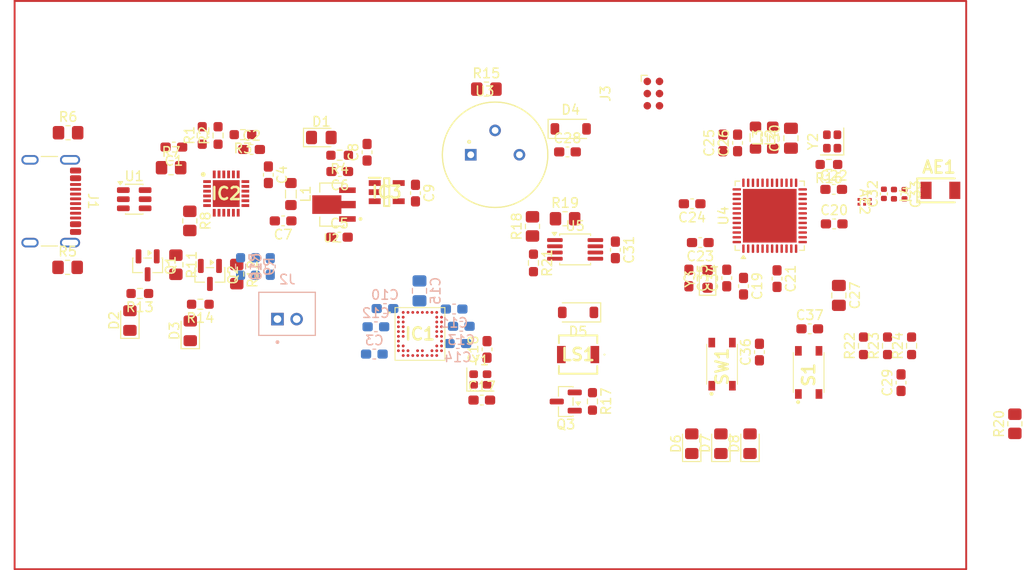
<source format=kicad_pcb>
(kicad_pcb (version 20241229) (generator "pcbnew") (generator_version "9.0")
  (layers (0 "F.Cu" signal) (4 "In1.Cu" signal) (6 "In2.Cu" signal) (2 "B.Cu" signal) (13 "F.Paste" user) (15 "B.Paste" user) (5 "F.SilkS" user "F.Silkscreen") (7 "B.SilkS" user "B.Silkscreen") (1 "F.Mask" user) (3 "B.Mask" user) (25 "Edge.Cuts" user))
  (net 0 "")
  (net 2 "/RF_ANT")
  (net 3 "/RF_LPF")
  (net 4 "GND")
  (net 5 "/RF")
  (net 6 "/LDO")
  (net 7 "+5V")
  (net 8 "+3V3")
  (net 9 "/BT")
  (net 10 "Net-(IC2-SW_1)")
  (net 11 "Net-(IC2-SYS_1)")
  (net 12 "+1V8")
  (net 13 "Net-(IC2-BAT_1)")
  (net 14 "Net-(IC1-XIN)")
  (net 15 "Net-(IC1-XOUT)")
  (net 16 "/~{RST}")
  (net 17 "/SMPSFB")
  (net 18 "Net-(U4-PC15)")
  (net 19 "Net-(U4-PC14)")
  (net 20 "/Pair_button")
  (net 21 "Net-(D1-A)")
  (net 22 "Net-(D2-A)")
  (net 23 "Net-(D3-A)")
  (net 24 "/BZ_N")
  (net 25 "Net-(D6-A)")
  (net 26 "Net-(D7-A)")
  (net 27 "Net-(D8-A)")
  (net 28 "/SPI_INT")
  (net 29 "/SPI_CLK")
  (net 30 "/SPI_EN")
  (net 31 "/SPI_MOSI")
  (net 32 "/SPI_MISO")
  (net 33 "/SPI_SS")
  (net 34 "/~{CHG}")
  (net 35 "/~{PG}")
  (net 36 "/USB_ESD_M")
  (net 40 "Net-(IC2-ILIM)")
  (net 41 "Net-(IC2-TS)")
  (net 42 "Net-(IC2-ISET)")
  (net 44 "Net-(IC2-EN2)")
  (net 45 "/USB_ESD_P")
  (net 46 "Net-(IC2-~{CE})")
  (net 47 "Net-(IC2-VDPM)")
  (net 49 "/USB_P")
  (net 50 "/USB_M")
  (net 54 "/CC2")
  (net 55 "/CC1")
  (net 59 "/SWO")
  (net 60 "/SWDIO")
  (net 61 "/SWCLK")
  (net 62 "/SMPSLX2")
  (net 63 "/SMPSLX")
  (net 64 "Net-(Q1-D)")
  (net 65 "Net-(Q2-D)")
  (net 66 "Net-(Q3-B)")
  (net 67 "/PIR_PA0")
  (net 68 "Net-(R16-Pad1)")
  (net 69 "/HSE_OUT")
  (net 70 "/Buzzer")
  (net 71 "/Temp_SCL")
  (net 72 "/Temp_SDA")
  (net 73 "Net-(U4-PH3)")
  (net 74 "/~{Temp_Alert}")
  (net 75 "/Low_P")
  (net 76 "/uC_P")
  (net 77 "/Pair_Mode")
  (net 81 "/HSE_IN")
  (footprint "Diode_SMD:D_SOD-123" (layer "F.Cu") (at 158.73 92.14)
    (property "Reference" "D4" (at 0 -2 0) (layer "F.SilkS"))
    (property "Value" "D_Schottky")
    (pad "1" smd roundrect (at -1.65 0) (size 0.9 1.2) (layers "F.Cu" "F.Mask" "F.Paste") (net 8 "+3V3"))
    (pad "2" smd roundrect (at 1.65 0) (size 0.9 1.2) (layers "F.Cu" "F.Mask" "F.Paste") (net 4 "GND"))
  )
  (footprint "Resistor_SMD:R_0603_1608Metric_Pad0.98x0.95mm_HandSolder" (layer "F.Cu") (at 189.28 114.7775 90)
    (property "Reference" "R22" (at 0 -1.43 90) (layer "F.SilkS"))
    (property "Value" "220")
    (pad "1" smd roundrect (at -0.9125 0 90) (size 0.975 0.95) (layers "F.Cu" "F.Mask" "F.Paste") (net 75 "/Low_P"))
    (pad "2" smd roundrect (at 0.9125 0 90) (size 0.975 0.95) (layers "F.Cu" "F.Mask" "F.Paste") (net 25 "Net-(D6-A)"))
  )
  (footprint "Crystal:Crystal_SMD_2016-4Pin_2.0x1.6mm" (layer "F.Cu") (at 186.0125 93.4525 90)
    (property "Reference" "Y2" (at 0 -2 90) (layer "F.SilkS"))
    (property "Value" "32MHz")
    (pad "1" smd roundrect (at -0.7 0.55 90) (size 0.9 0.8) (layers "F.Cu" "F.Mask" "F.Paste") (net 68 "Net-(R16-Pad1)"))
    (pad "2" smd roundrect (at 0.7 0.55 90) (size 0.9 0.8) (layers "F.Cu" "F.Mask" "F.Paste") (net 4 "GND"))
    (pad "3" smd roundrect (at 0.7 -0.55 90) (size 0.9 0.8) (layers "F.Cu" "F.Mask" "F.Paste") (net 81 "/HSE_IN"))
    (pad "4" smd roundrect (at -0.7 -0.55 90) (size 0.9 0.8) (layers "F.Cu" "F.Mask" "F.Paste") (net 4 "GND"))
  )
  (footprint "Resistor_SMD:R_0603_1608Metric_Pad0.98x0.95mm_HandSolder" (layer "F.Cu") (at 154.8425 106.1275 -90)
    (property "Reference" "R21" (at 0 -1.43 90) (layer "F.SilkS"))
    (property "Value" "4K7")
    (pad "1" smd roundrect (at -0.9125 0 270) (size 0.975 0.95) (layers "F.Cu" "F.Mask" "F.Paste") (net 74 "/~{Temp_Alert}"))
    (pad "2" smd roundrect (at 0.9125 0 270) (size 0.975 0.95) (layers "F.Cu" "F.Mask" "F.Paste") (net 8 "+3V3"))
  )
  (footprint "Crystal:Crystal_SMD_2012-2Pin_2.0x1.2mm_HandSoldering" (layer "F.Cu") (at 173.0125 107.79 90)
    (property "Reference" "Y3" (at 0 -1.8 90) (layer "F.SilkS"))
    (property "Value" "32K768")
    (pad "1" smd roundrect (at -0.925 0 90) (size 1.05 1.1) (layers "F.Cu" "F.Mask" "F.Paste") (roundrect_rratio 0.238095) (net 18 "Net-(U4-PC15)"))
    (pad "2" smd roundrect (at 0.925 0 90) (size 1.05 1.1) (layers "F.Cu" "F.Mask" "F.Paste") (roundrect_rratio 0.238095) (net 19 "Net-(U4-PC14)"))
  )
  (footprint "SMT-0440-T-R:SMT0440TR" (layer "F.Cu") (at 159.5 115.69)
    (property "Reference" "LS1" (at 0 0 0) (layer "F.SilkS") (effects (font (size 1.27 1.27) (thickness 0.254))))
    (property "Value" "SMT-0440-T-R" (hide yes))
    (pad "1" smd rect (at 1.75 0) (size 0.9 1.8) (layers "F.Cu" "F.Mask" "F.Paste") (net 8 "+3V3"))
    (pad "2" smd rect (at -1.75 0) (size 0.9 1.8) (layers "F.Cu" "F.Mask" "F.Paste") (net 24 "/BZ_N"))
  )
  (footprint "Package_TO_SOT_SMD:SOT-23" (layer "F.Cu") (at 158.2125 120.59 180)
    (property "Reference" "Q3" (at 0 -2.4 0) (layer "F.SilkS"))
    (property "Value" "MMBT3904")
    (pad "1" smd roundrect (at -0.9375 -0.95 180) (size 1.475 0.6) (layers "F.Cu" "F.Mask" "F.Paste") (net 66 "Net-(Q3-B)"))
    (pad "2" smd roundrect (at -0.9375 0.95 180) (size 1.475 0.6) (layers "F.Cu" "F.Mask" "F.Paste") (net 4 "GND"))
    (pad "3" smd roundrect (at 0.9375 0 180) (size 1.475 0.6) (layers "F.Cu" "F.Mask" "F.Paste") (net 24 "/BZ_N"))
  )
  (footprint "LED_SMD:LED_0805_2012Metric_Pad1.15x1.40mm_HandSolder" (layer "F.Cu") (at 177.44 124.99 90)
    (property "Reference" "D8" (at 0 -1.65 90) (layer "F.SilkS"))
    (property "Value" "LED")
    (pad "1" smd roundrect (at -1.025 0 90) (size 1.15 1.4) (layers "F.Cu" "F.Mask" "F.Paste") (roundrect_rratio 0.217391) (net 4 "GND"))
    (pad "2" smd roundrect (at 1.025 0 90) (size 1.15 1.4) (layers "F.Cu" "F.Mask" "F.Paste") (roundrect_rratio 0.217391) (net 27 "Net-(D8-A)"))
  )
  (footprint "Capacitor_SMD:C_0603_1608Metric_Pad1.08x0.95mm_HandSolder" (layer "F.Cu") (at 186.175 98.4525)
    (property "Reference" "C22" (at 0 -1.43 0) (layer "F.SilkS"))
    (property "Value" "0u1")
    (pad "1" smd roundrect (at -0.8625 0) (size 1.075 0.95) (layers "F.Cu" "F.Mask" "F.Paste") (net 8 "+3V3"))
    (pad "2" smd roundrect (at 0.8625 0) (size 1.075 0.95) (layers "F.Cu" "F.Mask" "F.Paste") (net 4 "GND"))
  )
  (footprint "Resistor_SMD:R_0805_2012Metric_Pad1.20x1.40mm_HandSolder" (layer "F.Cu") (at 154.7425 102.315 90)
    (property "Reference" "R18" (at 0 -1.65 90) (layer "F.SilkS"))
    (property "Value" "4K7")
    (pad "1" smd roundrect (at -1 0 90) (size 1.2 1.4) (layers "F.Cu" "F.Mask" "F.Paste") (roundrect_rratio 0.208333) (net 71 "/Temp_SCL"))
    (pad "2" smd roundrect (at 1 0 90) (size 1.2 1.4) (layers "F.Cu" "F.Mask" "F.Paste") (roundrect_rratio 0.208333) (net 8 "+3V3"))
  )
  (footprint "Capacitor_SMD:C_0603_1608Metric_Pad1.08x0.95mm_HandSolder" (layer "F.Cu") (at 163.3925 104.765 -90)
    (property "Reference" "C31" (at 0 -1.43 90) (layer "F.SilkS"))
    (property "Value" "0u1")
    (pad "1" smd roundrect (at -0.8625 0 270) (size 1.075 0.95) (layers "F.Cu" "F.Mask" "F.Paste") (net 8 "+3V3"))
    (pad "2" smd roundrect (at 0.8625 0 270) (size 1.075 0.95) (layers "F.Cu" "F.Mask" "F.Paste") (net 4 "GND"))
  )
  (footprint "Resistor_SMD:R_0603_1608Metric_Pad0.98x0.95mm_HandSolder" (layer "F.Cu") (at 124.53 92.74 180)
    (property "Reference" "R3" (at 0 -1.43 0) (layer "F.SilkS"))
    (property "Value" "0")
    (pad "1" smd roundrect (at -0.9125 0 180) (size 0.975 0.95) (layers "F.Cu" "F.Mask" "F.Paste") (net 4 "GND"))
    (pad "2" smd roundrect (at 0.9125 0 180) (size 0.975 0.95) (layers "F.Cu" "F.Mask" "F.Paste") (net 40 "Net-(IC2-ILIM)"))
  )
  (footprint "Inductor_SMD:L_0805_2012Metric_Pad1.05x1.20mm_HandSolder" (layer "F.Cu") (at 179.8125 93.0525 90)
    (property "Reference" "L3" (at 0 -1.55 90) (layer "F.SilkS"))
    (property "Value" "10u")
    (pad "1" smd roundrect (at -1.15 0 90) (size 1.05 1.2) (layers "F.Cu" "F.Mask" "F.Paste") (roundrect_rratio 0.238095) (net 17 "/SMPSFB"))
    (pad "2" smd roundrect (at 1.15 0 90) (size 1.05 1.2) (layers "F.Cu" "F.Mask" "F.Paste") (roundrect_rratio 0.238095) (net 62 "/SMPSLX2"))
  )
  (footprint "LED_SMD:LED_0805_2012Metric_Pad1.15x1.40mm_HandSolder" (layer "F.Cu") (at 119.03 113.215 90)
    (property "Reference" "D3" (at 0 -1.65 90) (layer "F.SilkS"))
    (property "Value" "LED")
    (pad "1" smd roundrect (at -1.025 0 90) (size 1.15 1.4) (layers "F.Cu" "F.Mask" "F.Paste") (roundrect_rratio 0.217391) (net 7 "+5V"))
    (pad "2" smd roundrect (at 1.025 0 90) (size 1.15 1.4) (layers "F.Cu" "F.Mask" "F.Paste") (roundrect_rratio 0.217391) (net 23 "Net-(D3-A)"))
  )
  (footprint "Package_TO_SOT_SMD:SOT-23" (layer "F.Cu") (at 114.58 106.3775 -90)
    (property "Reference" "Q1" (at 0 -2.4 90) (layer "F.SilkS"))
    (property "Value" "BSS84")
    (pad "1" smd roundrect (at -0.9375 -0.95 270) (size 1.475 0.6) (layers "F.Cu" "F.Mask" "F.Paste") (net 34 "/~{CHG}"))
    (pad "2" smd roundrect (at -0.9375 0.95 270) (size 1.475 0.6) (layers "F.Cu" "F.Mask" "F.Paste") (net 4 "GND"))
    (pad "3" smd roundrect (at 0.9375 0 270) (size 1.475 0.6) (layers "F.Cu" "F.Mask" "F.Paste") (net 64 "Net-(Q1-D)"))
  )
  (footprint "Capacitor_SMD:C_0603_1608Metric_Pad1.08x0.95mm_HandSolder" (layer "F.Cu") (at 174.6125 93.6025 90)
    (property "Reference" "C25" (at 0 -1.43 90) (layer "F.SilkS"))
    (property "Value" "0u1")
    (pad "1" smd roundrect (at -0.8625 0 90) (size 1.075 0.95) (layers "F.Cu" "F.Mask" "F.Paste") (net 8 "+3V3"))
    (pad "2" smd roundrect (at 0.8625 0 90) (size 1.075 0.95) (layers "F.Cu" "F.Mask" "F.Paste") (net 4 "GND"))
  )
  (footprint "Package_TO_SOT_SMD:SOT-23" (layer "F.Cu") (at 121.08 107.3775 -90)
    (property "Reference" "Q2" (at 0 -2.4 90) (layer "F.SilkS"))
    (property "Value" "BSS138")
    (pad "1" smd roundrect (at -0.9375 -0.95 270) (size 1.475 0.6) (layers "F.Cu" "F.Mask" "F.Paste") (net 35 "/~{PG}"))
    (pad "2" smd roundrect (at -0.9375 0.95 270) (size 1.475 0.6) (layers "F.Cu" "F.Mask" "F.Paste") (net 4 "GND"))
    (pad "3" smd roundrect (at 0.9375 0 270) (size 1.475 0.6) (layers "F.Cu" "F.Mask" "F.Paste") (net 65 "Net-(Q2-D)"))
  )
  (footprint "Crystal:Crystal_SMD_2016-4Pin_2.0x1.6mm" (layer "F.Cu") (at 149.3 118.29)
    (property "Reference" "Y1" (at 0 -2 0) (layer "F.SilkS"))
    (property "Value" "24MHz")
    (pad "1" smd roundrect (at -0.7 0.55) (size 0.9 0.8) (layers "F.Cu" "F.Mask" "F.Paste") (net 14 "Net-(IC1-XIN)"))
    (pad "2" smd roundrect (at 0.7 0.55) (size 0.9 0.8) (layers "F.Cu" "F.Mask" "F.Paste") (net 4 "GND"))
    (pad "3" smd roundrect (at 0.7 -0.55) (size 0.9 0.8) (layers "F.Cu" "F.Mask" "F.Paste") (net 15 "Net-(IC1-XOUT)"))
    (pad "4" smd roundrect (at -0.7 -0.55) (size 0.9 0.8) (layers "F.Cu" "F.Mask" "F.Paste") (net 4 "GND"))
  )
  (footprint "Resistor_SMD:R_0603_1608Metric_Pad0.98x0.95mm_HandSolder" (layer "F.Cu") (at 194.3 114.7775 90)
    (property "Reference" "R24" (at 0 -1.43 90) (layer "F.SilkS"))
    (property "Value" "220")
    (pad "1" smd roundrect (at -0.9125 0 90) (size 0.975 0.95) (layers "F.Cu" "F.Mask" "F.Paste") (net 77 "/Pair_Mode"))
    (pad "2" smd roundrect (at 0.9125 0 90) (size 0.975 0.95) (layers "F.Cu" "F.Mask" "F.Paste") (net 27 "Net-(D8-A)"))
  )
  (footprint "ADPL40502AUJZ-1.8-R7:SOT95P280X100-5N" (layer "F.Cu") (at 139.53 98.74)
    (property "Reference" "IC3" (at 0 0 0) (layer "F.SilkS") (effects (font (size 1.27 1.27) (thickness 0.254))))
    (property "Value" "ADPL40502AUJZ-1.8-R7" (hide yes))
    (pad "1" smd rect (at -1.25 -0.95 90) (size 0.6 1.25) (layers "F.Cu" "F.Mask" "F.Paste") (net 8 "+3V3"))
    (pad "2" smd rect (at -1.25 0 90) (size 0.6 1.25) (layers "F.Cu" "F.Mask" "F.Paste") (net 4 "GND"))
    (pad "3" smd rect (at -1.25 0.95 90) (size 0.6 1.25) (layers "F.Cu" "F.Mask" "F.Paste") (net 8 "+3V3"))
    (pad "4" smd rect (at 1.25 0.95 90) (size 0.6 1.25) (layers "F.Cu" "F.Mask" "F.Paste"))
    (pad "5" smd rect (at 1.25 -0.95 90) (size 0.6 1.25) (layers "F.Cu" "F.Mask" "F.Paste") (net 12 "+1V8"))
  )
  (footprint "AMCA31-2R450G-S1F-T3:ANTC3216X140N" (layer "F.Cu") (at 197.3125 98.5525)
    (property "Reference" "AE1" (at -0.15 -2.42 0) (layer "F.SilkS") (effects (font (size 1.27 1.27) (thickness 0.254))))
    (property "Value" "AMCA31-2R450G-S1F-T3" (hide yes))
    (pad "1" smd rect (at -1.5 0) (size 1.15 1.8) (layers "F.Cu" "F.Mask" "F.Paste") (net 2 "/RF_ANT"))
    (pad "2" smd rect (at 1.5 0) (size 1.15 1.8) (layers "F.Cu" "F.Mask" "F.Paste"))
  )
  (footprint "Capacitor_SMD:C_0805_2012Metric_Pad1.18x1.45mm_HandSolder" (layer "F.Cu") (at 181.7125 93.115 90)
    (property "Reference" "C30" (at 0 -1.68 90) (layer "F.SilkS"))
    (property "Value" "4u7")
    (pad "1" smd roundrect (at -1.0375 0 90) (size 1.175 1.45) (layers "F.Cu" "F.Mask" "F.Paste") (roundrect_rratio 0.212766) (net 17 "/SMPSFB"))
    (pad "2" smd roundrect (at 1.0375 0 90) (size 1.175 1.45) (layers "F.Cu" "F.Mask" "F.Paste") (roundrect_rratio 0.212766) (net 4 "GND"))
  )
  (footprint "Capacitor_SMD:C_0603_1608Metric_Pad1.08x0.95mm_HandSolder" (layer "F.Cu") (at 175.0125 107.7025 90)
    (property "Reference" "C34" (at 0 -1.43 90) (layer "F.SilkS"))
    (property "Value" "10p")
    (pad "1" smd roundrect (at -0.8625 0 90) (size 1.075 0.95) (layers "F.Cu" "F.Mask" "F.Paste") (net 18 "Net-(U4-PC15)"))
    (pad "2" smd roundrect (at 0.8625 0 90) (size 1.075 0.95) (layers "F.Cu" "F.Mask" "F.Paste") (net 4 "GND"))
  )
  (footprint "Inductor_SMD:L_0805_2012Metric_Pad1.05x1.20mm_HandSolder" (layer "F.Cu") (at 178.0125 93.0525 -90)
    (property "Reference" "L2" (at 0 -1.55 90) (layer "F.SilkS"))
    (property "Value" "10n")
    (pad "1" smd roundrect (at -1.15 0 270) (size 1.05 1.2) (layers "F.Cu" "F.Mask" "F.Paste") (roundrect_rratio 0.238095) (net 62 "/SMPSLX2"))
    (pad "2" smd roundrect (at 1.15 0 270) (size 1.05 1.2) (layers "F.Cu" "F.Mask" "F.Paste") (roundrect_rratio 0.238095) (net 63 "/SMPSLX"))
  )
  (footprint "Capacitor_SMD:C_0603_1608Metric_Pad1.08x0.95mm_HandSolder" (layer "F.Cu") (at 171.4 99.9525 180)
    (property "Reference" "C24" (at 0 -1.43 0) (layer "F.SilkS"))
    (property "Value" "0u1")
    (pad "1" smd roundrect (at -0.8625 0 180) (size 1.075 0.95) (layers "F.Cu" "F.Mask" "F.Paste") (net 8 "+3V3"))
    (pad "2" smd roundrect (at 0.8625 0 180) (size 1.075 0.95) (layers "F.Cu" "F.Mask" "F.Paste") (net 4 "GND"))
  )
  (footprint "Capacitor_SMD:C_0603_1608Metric_Pad1.08x0.95mm_HandSolder" (layer "F.Cu") (at 178.425 115.4275 90)
    (property "Reference" "C36" (at 0 -1.43 90) (layer "F.SilkS"))
    (property "Value" "0u1")
    (property "VALUE" "" (hide yes))
    (pad "1" smd roundrect (at -0.8625 0 90) (size 1.075 0.95) (layers "F.Cu" "F.Mask" "F.Paste") (net 4 "GND"))
    (pad "2" smd roundrect (at 0.8625 0 90) (size 1.075 0.95) (layers "F.Cu" "F.Mask" "F.Paste") (net 16 "/~{RST}"))
  )
  (footprint "BQ24253RGER:QFN50P400X400X100-25N-D" (layer "F.Cu") (at 122.78 98.89)
    (property "Reference" "IC2" (at 0 0 0) (layer "F.SilkS") (effects (font (size 1.27 1.27) (thickness 0.254))))
    (property "Value" "BQ24253RGER" (hide yes))
    (pad "1" smd rect (at -2 -1.25 90) (size 0.3 0.8) (layers "F.Cu" "F.Mask" "F.Paste") (net 46 "Net-(IC2-~{CE})"))
    (pad "2" smd rect (at -2 -0.75 90) (size 0.3 0.8) (layers "F.Cu" "F.Mask" "F.Paste") (net 45 "/USB_ESD_P"))
    (pad "3" smd rect (at -2 -0.25 90) (size 0.3 0.8) (layers "F.Cu" "F.Mask" "F.Paste") (net 36 "/USB_ESD_M"))
    (pad "4" smd rect (at -2 0.25 90) (size 0.3 0.8) (layers "F.Cu" "F.Mask" "F.Paste") (net 4 "GND"))
    (pad "5" smd rect (at -2 0.75 90) (size 0.3 0.8) (layers "F.Cu" "F.Mask" "F.Paste") (net 7 "+5V"))
    (pad "6" smd rect (at -2 1.25 90) (size 0.3 0.8) (layers "F.Cu" "F.Mask" "F.Paste") (net 44 "Net-(IC2-EN2)"))
    (pad "7" smd rect (at -1.25 2) (size 0.3 0.8) (layers "F.Cu" "F.Mask" "F.Paste") (net 34 "/~{CHG}"))
    (pad "8" smd rect (at -0.75 2) (size 0.3 0.8) (layers "F.Cu" "F.Mask" "F.Paste") (net 35 "/~{PG}"))
    (pad "9" smd rect (at -0.25 2) (size 0.3 0.8) (layers "F.Cu" "F.Mask" "F.Paste") (net 41 "Net-(IC2-TS)"))
    (pad "10" smd rect (at 0.25 2) (size 0.3 0.8) (layers "F.Cu" "F.Mask" "F.Paste") (net 42 "Net-(IC2-ISET)"))
    (pad "11" smd rect (at 0.75 2) (size 0.3 0.8) (layers "F.Cu" "F.Mask" "F.Paste") (net 13 "Net-(IC2-BAT_1)"))
    (pad "12" smd rect (at 1.25 2) (size 0.3 0.8) (layers "F.Cu" "F.Mask" "F.Paste"))
    (pad "13" smd rect (at 2 1.25 90) (size 0.3 0.8) (layers "F.Cu" "F.Mask" "F.Paste") (net 11 "Net-(IC2-SYS_1)"))
    (pad "14" smd rect (at 2 0.75 90) (size 0.3 0.8) (layers "F.Cu" "F.Mask" "F.Paste"))
    (pad "15" smd rect (at 2 0.25 90) (size 0.3 0.8) (layers "F.Cu" "F.Mask" "F.Paste") (net 4 "GND"))
    (pad "16" smd rect (at 2 -0.25 90) (size 0.3 0.8) (layers "F.Cu" "F.Mask" "F.Paste") (net 4 "GND"))
    (pad "17" smd rect (at 2 -0.75 90) (size 0.3 0.8) (layers "F.Cu" "F.Mask" "F.Paste") (net 10 "Net-(IC2-SW_1)"))
    (pad "18" smd rect (at 2 -1.25 90) (size 0.3 0.8) (layers "F.Cu" "F.Mask" "F.Paste"))
    (pad "19" smd rect (at 1.25 -2) (size 0.3 0.8) (layers "F.Cu" "F.Mask" "F.Paste") (net 7 "+5V"))
    (pad "20" smd rect (at 0.75 -2) (size 0.3 0.8) (layers "F.Cu" "F.Mask" "F.Paste"))
    (pad "21" smd rect (at 0.25 -2) (size 0.3 0.8) (layers "F.Cu" "F.Mask" "F.Paste") (net 9 "/BT"))
    (pad "22" smd rect (at -0.25 -2) (size 0.3 0.8) (layers "F.Cu" "F.Mask" "F.Paste") (net 40 "Net-(IC2-ILIM)"))
    (pad "23" smd rect (at -0.75 -2) (size 0.3 0.8) (layers "F.Cu" "F.Mask" "F.Paste") (net 47 "Net-(IC2-VDPM)"))
    (pad "24" smd rect (at -1.25 -2) (size 0.3 0.8) (layers "F.Cu" "F.Mask" "F.Paste") (net 6 "/LDO"))
    (pad "25" smd rect (at 0 0) (size 2.8 2.8) (layers "F.Cu" "F.Mask" "F.Paste") (net 4 "GND"))
  )
  (footprint "Capacitor_SMD:C_0603_1608Metric_Pad1.08x0.95mm_HandSolder" (layer "F.Cu") (at 127.18 96.9275 -90)
    (property "Reference" "C4" (at 0 -1.43 90) (layer "F.SilkS"))
    (property "Value" "33n")
    (pad "1" smd roundrect (at -0.8625 0 270) (size 1.075 0.95) (layers "F.Cu" "F.Mask" "F.Paste") (net 9 "/BT"))
    (pad "2" smd roundrect (at 0.8625 0 270) (size 1.075 0.95) (layers "F.Cu" "F.Mask" "F.Paste") (net 10 "Net-(IC2-SW_1)"))
  )
  (footprint "Resistor_SMD:R_0603_1608Metric_Pad0.98x0.95mm_HandSolder" (layer "F.Cu") (at 121.93 92.8275 90)
    (property "Reference" "R2" (at 0 -1.43 90) (layer "F.SilkS"))
    (property "Value" "515")
    (pad "1" smd roundrect (at -0.9125 0 90) (size 0.975 0.95) (layers "F.Cu" "F.Mask" "F.Paste") (net 47 "Net-(IC2-VDPM)"))
    (pad "2" smd roundrect (at 0.9125 0 90) (size 0.975 0.95) (layers "F.Cu" "F.Mask" "F.Paste") (net 7 "+5V"))
  )
  (footprint "Capacitor_SMD:C_0603_1608Metric_Pad1.08x0.95mm_HandSolder" (layer "F.Cu") (at 180.2625 107.765 -90)
    (property "Reference" "C21" (at 0 -1.43 90) (layer "F.SilkS"))
    (property "Value" "0u1")
    (pad "1" smd roundrect (at -0.8625 0 270) (size 1.075 0.95) (layers "F.Cu" "F.Mask" "F.Paste") (net 8 "+3V3"))
    (pad "2" smd roundrect (at 0.8625 0 270) (size 1.075 0.95) (layers "F.Cu" "F.Mask" "F.Paste") (net 4 "GND"))
  )
  (footprint "Capacitor_SMD:C_0603_1608Metric_Pad1.08x0.95mm_HandSolder" (layer "F.Cu") (at 176.7625 108.5525 -90)
    (property "Reference" "C19" (at 0 -1.43 90) (layer "F.SilkS"))
    (property "Value" "0u1")
    (pad "1" smd roundrect (at -0.8625 0 270) (size 1.075 0.95) (layers "F.Cu" "F.Mask" "F.Paste") (net 8 "+3V3"))
    (pad "2" smd roundrect (at 0.8625 0 270) (size 1.075 0.95) (layers "F.Cu" "F.Mask" "F.Paste") (net 4 "GND"))
  )
  (footprint "EKMB:XDCR_EKMB" (layer "F.Cu") (at 150.84 94.84)
    (property "Reference" "U3" (at -1.075195 -6.636205 0) (layer "F.SilkS") (effects (font (size 1.000181 1.000181))))
    (property "Value" "EKMB1309113K")
    (pad "1" thru_hole rect (at -2.54 0) (size 1.212 1.212) (drill 0.704) (layers "*.Cu" "*.Mask") (net 4 "GND"))
    (pad "2" thru_hole circle (at 0 -2.54) (size 1.212 1.212) (drill 0.704) (layers "*.Cu" "*.Mask") (net 67 "/PIR_PA0"))
    (pad "3" thru_hole circle (at 2.54 0) (size 1.212 1.212) (drill 0.704) (layers "*.Cu" "*.Mask") (net 8 "+3V3"))
  )
  (footprint "Capacitor_SMD:C_0603_1608Metric_Pad1.08x0.95mm_HandSolder" (layer "F.Cu") (at 172.25 104.0025 180)
    (property "Reference" "C23" (at 0 -1.43 0) (layer "F.SilkS"))
    (property "Value" "0u1")
    (pad "1" smd roundrect (at -0.8625 0 180) (size 1.075 0.95) (layers "F.Cu" "F.Mask" "F.Paste") (net 8 "+3V3"))
    (pad "2" smd roundrect (at 0.8625 0 180) (size 1.075 0.95) (layers "F.Cu" "F.Mask" "F.Paste") (net 4 "GND"))
  )
  (footprint "Capacitor_SMD:C_0603_1608Metric_Pad1.08x0.95mm_HandSolder" (layer "F.Cu") (at 171.0625 107.7025 -90)
    (property "Reference" "C35" (at 0 -1.43 90) (layer "F.SilkS"))
    (property "Value" "10p")
    (pad "1" smd roundrect (at -0.8625 0 270) (size 1.075 0.95) (layers "F.Cu" "F.Mask" "F.Paste") (net 19 "Net-(U4-PC14)"))
    (pad "2" smd roundrect (at 0.8625 0 270) (size 1.075 0.95) (layers "F.Cu" "F.Mask" "F.Paste") (net 4 "GND"))
  )
  (footprint "MLPF-WB55-01E3:MLPF-WB55-01E3_STM" (layer "F.Cu") (at 189.399499 99.7525 -90)
    (property "Reference" "AE2" (at 0 0 270) (layer "F.SilkS"))
    (property "Value" "MLPF-WB55-01E3")
    (pad "A1" smd rect (at -0.25 -0.586999 270) (size 0.3 0.3) (layers "F.Cu" "F.Mask" "F.Paste") (net 3 "/RF_LPF"))
    (pad "A2" smd rect (at -0.25 0 270) (size 0.3 0.3) (layers "F.Cu" "F.Mask" "F.Paste") (net 4 "GND"))
    (pad "A3" smd rect (at -0.25 0.586999 270) (size 0.3 0.3) (layers "F.Cu" "F.Mask" "F.Paste") (net 5 "/RF"))
    (pad "B1" smd rect (at 0.25 -0.586999 270) (size 0.3 0.3) (layers "F.Cu" "F.Mask" "F.Paste") (net 4 "GND"))
    (pad "B2" smd rect (at 0.25 0 270) (size 0.3 0.3) (layers "F.Cu" "F.Mask" "F.Paste") (net 4 "GND"))
    (pad "B3" smd rect (at 0.25 0.586999 270) (size 0.3 0.3) (layers "F.Cu" "F.Mask" "F.Paste") (net 4 "GND"))
  )
  (footprint "Resistor_SMD:R_0805_2012Metric_Pad1.20x1.40mm_HandSolder" (layer "F.Cu") (at 149.93 87.99)
    (property "Reference" "R15" (at 0 -1.65 0) (layer "F.SilkS"))
    (property "Value" "10K")
    (pad "1" smd roundrect (at -1 0) (size 1.2 1.4) (layers "F.Cu" "F.Mask" "F.Paste") (roundrect_rratio 0.208333) (net 4 "GND"))
    (pad "2" smd roundrect (at 1 0) (size 1.2 1.4) (layers "F.Cu" "F.Mask" "F.Paste") (roundrect_rratio 0.208333) (net 67 "/PIR_PA0"))
  )
  (footprint "Capacitor_SMD:C_0603_1608Metric_Pad1.08x0.95mm_HandSolder" (layer "F.Cu") (at 134.63 96.59 180)
    (property "Reference" "C6" (at 0 -1.43 0) (layer "F.SilkS"))
    (property "Value" "1u")
    (pad "1" smd roundrect (at -0.8625 0 180) (size 1.075 0.95) (layers "F.Cu" "F.Mask" "F.Paste") (net 8 "+3V3"))
    (pad "2" smd roundrect (at 0.8625 0 180) (size 1.075 0.95) (layers "F.Cu" "F.Mask" "F.Paste") (net 4 "GND"))
  )
  (footprint "Diode_SMD:D_SOD-123" (layer "F.Cu") (at 159.5 111.29 180)
    (property "Reference" "D5" (at 0 -2 0) (layer "F.SilkS"))
    (property "Value" "D_Schottky")
    (pad "1" smd roundrect (at -1.65 0 180) (size 0.9 1.2) (layers "F.Cu" "F.Mask" "F.Paste") (net 8 "+3V3"))
    (pad "2" smd roundrect (at 1.65 0 180) (size 0.9 1.2) (layers "F.Cu" "F.Mask" "F.Paste") (net 24 "/BZ_N"))
  )
  (footprint "Resistor_SMD:R_0603_1608Metric_Pad0.98x0.95mm_HandSolder" (layer "F.Cu") (at 134.6175 94.89 180)
    (property "Reference" "R4" (at 0 -1.43 0) (layer "F.SilkS"))
    (property "Value" "220")
    (pad "1" smd roundrect (at -0.9125 0 180) (size 0.975 0.95) (layers "F.Cu" "F.Mask" "F.Paste") (net 8 "+3V3"))
    (pad "2" smd roundrect (at 0.9125 0 180) (size 0.975 0.95) (layers "F.Cu" "F.Mask" "F.Paste") (net 21 "Net-(D1-A)"))
  )
  (footprint "Capacitor_SMD:C_0603_1608Metric_Pad1.08x0.95mm_HandSolder" (layer "F.Cu") (at 183.675 113.0025)
    (property "Reference" "C37" (at 0 -1.43 0) (layer "F.SilkS"))
    (property "Value" "0u1")
    (pad "1" smd roundrect (at -0.8625 0) (size 1.075 0.95) (layers "F.Cu" "F.Mask" "F.Paste") (net 4 "GND"))
    (pad "2" smd roundrect (at 0.8625 0) (size 1.075 0.95) (layers "F.Cu" "F.Mask" "F.Paste") (net 20 "/Pair_button"))
  )
  (footprint "LED_SMD:LED_0805_2012Metric_Pad1.15x1.40mm_HandSolder" (layer "F.Cu") (at 174.4 124.99 90)
    (property "Reference" "D7" (at 0 -1.65 90) (layer "F.SilkS"))
    (property "Value" "LED")
    (pad "1" smd roundrect (at -1.025 0 90) (size 1.15 1.4) (layers "F.Cu" "F.Mask" "F.Paste") (roundrect_rratio 0.217391) (net 4 "GND"))
    (pad "2" smd roundrect (at 1.025 0 90) (size 1.15 1.4) (layers "F.Cu" "F.Mask" "F.Paste") (roundrect_rratio 0.217391) (net 26 "Net-(D7-A)"))
  )
  (footprint "Resistor_SMD:R_0805_2012Metric_Pad1.20x1.40mm_HandSolder" (layer "F.Cu") (at 106.28 92.54)
    (property "Reference" "R6" (at 0 -1.65 0) (layer "F.SilkS"))
    (property "Value" "10K")
    (pad "1" smd roundrect (at -1 0) (size 1.2 1.4) (layers "F.Cu" "F.Mask" "F.Paste") (roundrect_rratio 0.208333) (net 4 "GND"))
    (pad "2" smd roundrect (at 1 0) (size 1.2 1.4) (layers "F.Cu" "F.Mask" "F.Paste") (roundrect_rratio 0.208333) (net 55 "/CC1"))
  )
  (footprint "Resistor_SMD:R_0603_1608Metric_Pad0.98x0.95mm_HandSolder" (layer "F.Cu") (at 113.7675 109.315 180)
    (property "Reference" "R13" (at 0 -1.43 0) (layer "F.SilkS"))
    (property "Value" "620")
    (pad "1" smd roundrect (at -0.9125 0 180) (size 0.975 0.95) (layers "F.Cu" "F.Mask" "F.Paste") (net 64 "Net-(Q1-D)"))
    (pad "2" smd roundrect (at 0.9125 0 180) (size 0.975 0.95) (layers "F.Cu" "F.Mask" "F.Paste") (net 22 "Net-(D2-A)"))
  )
  (footprint "Capacitor_SMD:C_0805_2012Metric_Pad1.18x1.45mm_HandSolder" (layer "F.Cu") (at 186.7125 109.515 -90)
    (property "Reference" "C27" (at 0 -1.68 90) (layer "F.SilkS"))
    (property "Value" "4u7")
    (pad "1" smd roundrect (at -1.0375 0 270) (size 1.175 1.45) (layers "F.Cu" "F.Mask" "F.Paste") (roundrect_rratio 0.212766) (net 8 "+3V3"))
    (pad "2" smd roundrect (at 1.0375 0 270) (size 1.175 1.45) (layers "F.Cu" "F.Mask" "F.Paste") (roundrect_rratio 0.212766) (net 4 "GND"))
  )
  (footprint "LED_SMD:LED_0805_2012Metric_Pad1.15x1.40mm_HandSolder" (layer "F.Cu") (at 132.705 93.04)
    (property "Reference" "D1" (at 0 -1.65 0) (layer "F.SilkS"))
    (property "Value" "LED")
    (pad "1" smd roundrect (at -1.025 0) (size 1.15 1.4) (layers "F.Cu" "F.Mask" "F.Paste") (roundrect_rratio 0.217391) (net 4 "GND"))
    (pad "2" smd roundrect (at 1.025 0) (size 1.15 1.4) (layers "F.Cu" "F.Mask" "F.Paste") (roundrect_rratio 0.217391) (net 21 "Net-(D1-A)"))
  )
  (footprint "Capacitor_SMD:C_0603_1608Metric_Pad1.08x0.95mm_HandSolder" (layer "F.Cu") (at 134.5925 103.44)
    (property "Reference" "C5" (at 0 -1.43 0) (layer "F.SilkS"))
    (property "Value" "1u")
    (pad "1" smd roundrect (at -0.8625 0) (size 1.075 0.95) (layers "F.Cu" "F.Mask" "F.Paste") (net 11 "Net-(IC2-SYS_1)"))
    (pad "2" smd roundrect (at 0.8625 0) (size 1.075 0.95) (layers "F.Cu" "F.Mask" "F.Paste") (net 4 "GND"))
  )
  (footprint "PS815_SJK:PTS815SJK250SMTRLFS" (layer "F.Cu") (at 183.5625 117.5525 90)
    (property "Reference" "S1" (at -0.25 0 90) (layer "F.SilkS") (effects (font (size 1.27 1.27) (thickness 0.254))))
    (property "Value" "PTS815" (hide yes))
    (pad "1" smd rect (at -2.25 -1.075 180) (size 0.7 1) (layers "F.Cu" "F.Mask" "F.Paste") (net 4 "GND"))
    (pad "2" smd rect (at 2.25 -1.075 180) (size 0.7 1) (layers "F.Cu" "F.Mask" "F.Paste") (net 4 "GND"))
    (pad "3" smd rect (at -2.25 1.075 180) (size 0.7 1) (layers "F.Cu" "F.Mask" "F.Paste") (net 20 "/Pair_button"))
    (pad "4" smd rect (at 2.25 1.075 180) (size 0.7 1) (layers "F.Cu" "F.Mask" "F.Paste") (net 20 "/Pair_button"))
  )
  (footprint "Resistor_SMD:R_0603_1608Metric_Pad0.98x0.95mm_HandSolder" (layer "F.Cu") (at 185.675 95.8525 180)
    (property "Reference" "R16" (at 0 -1.43 0) (layer "F.SilkS"))
    (property "Value" "0")
    (pad "1" smd roundrect (at -0.9125 0 180) (size 0.975 0.95) (layers "F.Cu" "F.Mask" "F.Paste") (net 68 "Net-(R16-Pad1)"))
    (pad "2" smd roundrect (at 0.9125 0 180) (size 0.975 0.95) (layers "F.Cu" "F.Mask" "F.Paste") (net 69 "/HSE_OUT"))
  )
  (footprint "Inductor_SMD:L_0805_2012Metric_Pad1.05x1.20mm_HandSolder" (layer "F.Cu") (at 129.53 98.94 -90)
    (property "Reference" "L1" (at 0 -1.55 90) (layer "F.SilkS"))
    (property "Value" "1u")
    (pad "1" smd roundrect (at -1.15 0 270) (size 1.05 1.2) (layers "F.Cu" "F.Mask" "F.Paste") (roundrect_rratio 0.238095) (net 10 "Net-(IC2-SW_1)"))
    (pad "2" smd roundrect (at 1.15 0 270) (size 1.05 1.2) (layers "F.Cu" "F.Mask" "F.Paste") (roundrect_rratio 0.238095) (net 11 "Net-(IC2-SYS_1)"))
  )
  (footprint "Capacitor_SMD:C_0603_1608Metric_Pad1.08x0.95mm_HandSolder" (layer "F.Cu") (at 176.1425 93.6025 90)
    (property "Reference" "C26" (at 0 -1.43 90) (layer "F.SilkS"))
    (property "Value" "0u1")
    (pad "1" smd roundrect (at -0.8625 0 90) (size 1.075 0.95) (layers "F.Cu" "F.Mask" "F.Paste") (net 8 "+3V3"))
    (pad "2" smd roundrect (at 0.8625 0 90) (size 1.075 0.95) (layers "F.Cu" "F.Mask" "F.Paste") (net 4 "GND"))
  )
  (footprint "Capacitor_SMD:C_0603_1608Metric_Pad1.08x0.95mm_HandSolder" (layer "F.Cu") (at 125.43 94.29)
    (property "Reference" "C2" (at 0 -1.43 0) (layer "F.SilkS"))
    (property "Value" "2u2")
    (pad "1" smd roundrect (at -0.8625 0) (size 1.075 0.95) (layers "F.Cu" "F.Mask" "F.Paste") (net 7 "+5V"))
    (pad "2" smd roundrect (at 0.8625 0) (size 1.075 0.95) (layers "F.Cu" "F.Mask" "F.Paste") (net 4 "GND"))
  )
  (footprint "Capacitor_SMD:C_0603_1608Metric_Pad1.08x0.95mm_HandSolder" (layer "F.Cu") (at 186.225 102.0525)
    (property "Reference" "C20" (at 0 -1.43 0) (layer "F.SilkS"))
    (property "Value" "0u1")
    (pad "1" smd roundrect (at -0.8625 0) (size 1.075 0.95) (layers "F.Cu" "F.Mask" "F.Paste") (net 8 "+3V3"))
    (pad "2" smd roundrect (at 0.8625 0) (size 1.075 0.95) (layers "F.Cu" "F.Mask" "F.Paste") (net 4 "GND"))
  )
  (footprint "Resistor_SMD:R_0603_1608Metric_Pad0.98x0.95mm_HandSolder" (layer "F.Cu") (at 120.08 110.44 180)
    (property "Reference" "R14" (at 0 -1.43 0) (layer "F.SilkS"))
    (property "Value" "620")
    (pad "1" smd roundrect (at -0.9125 0 180) (size 0.975 0.95) (layers "F.Cu" "F.Mask" "F.Paste") (net 65 "Net-(Q2-D)"))
    (pad "2" smd roundrect (at 0.9125 0 180) (size 0.975 0.95) (layers "F.Cu" "F.Mask" "F.Paste") (net 23 "Net-(D3-A)"))
  )
  (footprint "Resistor_SMD:R_0603_1608Metric_Pad0.98x0.95mm_HandSolder" (layer "F.Cu") (at 120.28 92.8275 90)
    (property "Reference" "R1" (at 0.0125 -1.33 90) (layer "F.SilkS"))
    (property "Value" "200")
    (pad "1" smd roundrect (at -0.9125 0 90) (size 0.975 0.95) (layers "F.Cu" "F.Mask" "F.Paste") (net 47 "Net-(IC2-VDPM)"))
    (pad "2" smd roundrect (at 0.9125 0 90) (size 0.975 0.95) (layers "F.Cu" "F.Mask" "F.Paste") (net 4 "GND"))
  )
  (footprint "Connector_USB:USB_C_Receptacle_GCT_USB4105-xx-A_16P_TopMnt_Horizontal" (layer "F.Cu") (at 103.38 99.69 -90)
    (property "Reference" "J1" (at 0 -5.5 270) (layer "F.SilkS"))
    (property "Value" "USB_C_Receptacle_USB2.0_16P")
    (pad "" np_thru_hole circle (at -2.89 -2.605 270) (size 0.65 0.65) (drill 0.65) (layers "*.Cu" "*.Mask"))
    (pad "" np_thru_hole circle (at 2.89 -2.605 270) (size 0.65 0.65) (drill 0.65) (layers "*.Cu" "*.Mask"))
    (pad "A1" smd roundrect (at -3.2 -3.68 270) (size 0.6 1.15) (layers "F.Cu" "F.Mask" "F.Paste") (net 4 "GND"))
    (pad "A4" smd roundrect (at -2.4 -3.68 270) (size 0.6 1.15) (layers "F.Cu" "F.Mask" "F.Paste") (net 7 "+5V"))
    (pad "A5" smd roundrect (at -1.25 -3.68 270) (size 0.3 1.15) (layers "F.Cu" "F.Mask" "F.Paste") (net 55 "/CC1"))
    (pad "A6" smd roundrect (at -0.25 -3.68 270) (size 0.3 1.15) (layers "F.Cu" "F.Mask" "F.Paste") (net 49 "/USB_P"))
    (pad "A7" smd roundrect (at 0.25 -3.68 270) (size 0.3 1.15) (layers "F.Cu" "F.Mask" "F.Paste") (net 50 "/USB_M"))
    (pad "A8" smd roundrect (at 1.25 -3.68 270) (size 0.3 1.15) (layers "F.Cu" "F.Mask" "F.Paste"))
    (pad "A9" smd roundrect (at 2.4 -3.68 270) (size 0.6 1.15) (layers "F.Cu" "F.Mask" "F.Paste") (net 7 "+5V"))
    (pad "A12" smd roundrect (at 3.2 -3.68 270) (size 0.6 1.15) (layers "F.Cu" "F.Mask" "F.Paste") (net 4 "GND"))
    (pad "B1" smd roundrect (at 3.2 -3.68 270) (size 0.6 1.15) (layers "F.Cu" "F.Mask" "F.Paste") (net 4 "GND"))
    (pad "B4" smd roundrect (at 2.4 -3.68 270) (size 0.6 1.15) (layers "F.Cu" "F.Mask" "F.Paste") (net 7 "+5V"))
    (pad "B5" smd roundrect (at 1.75 -3.68 270) (size 0.3 1.15) (layers "F.Cu" "F.Mask" "F.Paste") (net 54 "/CC2"))
    (pad "B6" smd roundrect (at 0.75 -3.68 270) (size 0.3 1.15) (layers "F.Cu" "F.Mask" "F.Paste") (net 49 "/USB_P"))
    (pad "B7" smd roundrect (at -0.75 -3.68 270) (size 0.3 1.15) (layers "F.Cu" "F.Mask" "F.Paste") (net 50 "/USB_M"))
    (pad "B8" smd roundrect (at -1.75 -3.68 270) (size 0.3 1.15) (layers "F.Cu" "F.Mask" "F.Paste"))
    (pad "B9" smd roundrect (at -2.4 -3.68 270) (size 0.6 1.15) (layers "F.Cu" "F.Mask" "F.Paste") (net 7 "+5V"))
    (pad "B12" smd roundrect (at -3.2 -3.68 270) (size 0.6 1.15) (layers "F.Cu" "F.Mask" "F.Paste") (net 4 "GND"))
    (pad "S1" thru_hole oval (at -4.32 -3.105 270) (size 1 2.1) (drill oval 0.6 1.7) (property pad_prop_heatsink) (layers "*.Cu" "*.Mask" "F.Paste"))
    (pad "S1" thru_hole oval (at -4.32 1.075 270) (size 1 1.8) (drill oval 0.6 1.4) (property pad_prop_heatsink) (layers "*.Cu" "*.Mask" "F.Paste"))
    (pad "S1" thru_hole oval (at 4.32 -3.105 270) (size 1 2.1) (drill oval 0.6 1.7) (property pad_prop_heatsink) (layers "*.Cu" "*.Mask" "F.Paste"))
    (pad "S1" thru_hole oval (at 4.32 1.075 270) (size 1 1.8) (drill oval 0.6 1.4) (property pad_prop_heatsink) (layers "*.Cu" "*.Mask" "F.Paste"))
  )
  (footprint "Resistor_SMD:R_0805_2012Metric_Pad1.20x1.40mm_HandSolder" (layer "F.Cu") (at 123.88 107.29 -90)
    (property "Reference" "R12" (at 0 -1.65 90) (layer "F.SilkS"))
    (property "Value" "5K")
    (pad "1" smd roundrect (at -1 0 270) (size 1.2 1.4) (layers "F.Cu" "F.Mask" "F.Paste") (roundrect_rratio 0.208333) (net 35 "/~{PG}"))
    (pad "2" smd roundrect (at 1 0 270) (size 1.2 1.4) (layers "F.Cu" "F.Mask" "F.Paste") (roundrect_rratio 0.208333) (net 7 "+5V"))
  )
  (footprint "Resistor_SMD:R_0603_1608Metric_Pad0.98x0.95mm_HandSolder" (layer "F.Cu") (at 161 120.5775 -90)
    (property "Reference" "R17" (at 0 -1.43 90) (layer "F.SilkS"))
    (property "Value" "220 or 1k")
    (pad "1" smd roundrect (at -0.9125 0 270) (size 0.975 0.95) (layers "F.Cu" "F.Mask" "F.Paste") (net 70 "/Buzzer"))
    (pad "2" smd roundrect (at 0.9125 0 270) (size 0.975 0.95) (layers "F.Cu" "F.Mask" "F.Paste") (net 66 "Net-(Q3-B)"))
  )
  (footprint "Capacitor_SMD:C_0603_1608Metric_Pad1.08x0.95mm_HandSolder" (layer "F.Cu") (at 158.3925 94.54)
    (property "Reference" "C28" (at 0 -1.43 0) (layer "F.SilkS"))
    (property "Value" "0u1")
    (pad "1" smd roundrect (at -0.8625 0) (size 1.075 0.95) (layers "F.Cu" "F.Mask" "F.Paste") (net 8 "+3V3"))
    (pad "2" smd roundrect (at 0.8625 0) (size 1.075 0.95) (layers "F.Cu" "F.Mask" "F.Paste") (net 4 "GND"))
  )
  (footprint "Resistor_SMD:R_0805_2012Metric_Pad1.20x1.40mm_HandSolder" (layer "F.Cu") (at 117.03 96.19)
    (property "Reference" "R7" (at 0 -1.65 0) (layer "F.SilkS"))
    (property "Value" "10K")
    (pad "1" smd roundrect (at -1 0) (size 1.2 1.4) (layers "F.Cu" "F.Mask" "F.Paste") (roundrect_rratio 0.208333) (net 4 "GND"))
    (pad "2" smd roundrect (at 1 0) (size 1.2 1.4) (layers "F.Cu" "F.Mask" "F.Paste") (roundrect_rratio 0.208333) (net 46 "Net-(IC2-~{CE})"))
  )
  (footprint "Resistor_SMD:R_0805_2012Metric_Pad1.20x1.40mm_HandSolder" (layer "F.Cu") (at 205.08 122.915 90)
    (property "Reference" "R20" (at 0 -1.65 90) (layer "F.SilkS"))
    (property "Value" "10k")
    (property "VALUE" "" (hide yes))
    (pad "1" smd roundrect (at -1 0 90) (size 1.2 1.4) (layers "F.Cu" "F.Mask" "F.Paste") (roundrect_rratio 0.208333) (net 73 "Net-(U4-PH3)"))
    (pad "2" smd roundrect (at 1 0 90) (size 1.2 1.4) (layers "F.Cu" "F.Mask" "F.Paste") (roundrect_rratio 0.208333) (net 4 "GND"))
  )
  (footprint "Package_SO:MSOP-8_3x3mm_P0.65mm" (layer "F.Cu") (at 159.1925 104.715)
    (property "Reference" "U5" (at 0 -2.45 0) (layer "F.SilkS"))
    (property "Value" "MCP9808_MSOP")
    (pad "1" smd roundrect (at -2.1125 -0.975) (size 1.625 0.4) (layers "F.Cu" "F.Mask" "F.Paste") (net 72 "/Temp_SDA"))
    (pad "2" smd roundrect (at -2.1125 -0.325) (size 1.625 0.4) (layers "F.Cu" "F.Mask" "F.Paste") (net 71 "/Temp_SCL"))
    (pad "3" smd roundrect (at -2.1125 0.325) (size 1.625 0.4) (layers "F.Cu" "F.Mask" "F.Paste") (net 74 "/~{Temp_Alert}"))
    (pad "4" smd roundrect (at -2.1125 0.975) (size 1.625 0.4) (layers "F.Cu" "F.Mask" "F.Paste") (net 4 "GND"))
    (pad "5" smd roundrect (at 2.1125 0.975) (size 1.625 0.4) (layers "F.Cu" "F.Mask" "F.Paste") (net 4 "GND"))
    (pad "6" smd roundrect (at 2.1125 0.325) (size 1.625 0.4) (layers "F.Cu" "F.Mask" "F.Paste") (net 4 "GND"))
    (pad "7" smd roundrect (at 2.1125 -0.325) (size 1.625 0.4) (layers "F.Cu" "F.Mask" "F.Paste") (net 4 "GND"))
    (pad "8" smd roundrect (at 2.1125 -0.975) (size 1.625 0.4) (layers "F.Cu" "F.Mask" "F.Paste") (net 8 "+3V3"))
  )
  (footprint "Capacitor_SMD:C_0603_1608Metric_Pad1.08x0.95mm_HandSolder" (layer "F.Cu") (at 149.45 120.44)
    (property "Reference" "C17" (at 0 -1.43 0) (layer "F.SilkS"))
    (property "Value" "x")
    (pad "1" smd roundrect (at -0.8625 0) (size 1.075 0.95) (layers "F.Cu" "F.Mask" "F.Paste") (net 14 "Net-(IC1-XIN)"))
    (pad "2" smd roundrect (at 0.8625 0) (size 1.075 0.95) (layers "F.Cu" "F.Mask" "F.Paste") (net 4 "GND"))
  )
  (footprint "A121-001-T&R:A121001TR" (layer "F.Cu") (at 143 113.54)
    (property "Reference" "IC1" (at 0 0 0) (layer "F.SilkS") (effects (font (size 1.27 1.27) (thickness 0.254))))
    (property "Value" "A121-001-T&R" (hide yes))
    (pad "A2" smd circle (at -1.75 -2.25 90) (size 0.3 0.3) (layers "F.Cu" "F.Mask" "F.Paste") (net 4 "GND"))
    (pad "A3" smd circle (at -1.25 -2.25 90) (size 0.3 0.3) (layers "F.Cu" "F.Mask" "F.Paste") (net 4 "GND"))
    (pad "A4" smd circle (at -0.75 -2.25 90) (size 0.3 0.3) (layers "F.Cu" "F.Mask" "F.Paste") (net 4 "GND"))
    (pad "A5" smd circle (at -0.25 -2.25 90) (size 0.3 0.3) (layers "F.Cu" "F.Mask" "F.Paste") (net 4 "GND"))
    (pad "A6" smd circle (at 0.25 -2.25 90) (size 0.3 0.3) (layers "F.Cu" "F.Mask" "F.Paste") (net 4 "GND"))
    (pad "A7" smd circle (at 0.75 -2.25 90) (size 0.3 0.3) (layers "F.Cu" "F.Mask" "F.Paste") (net 4 "GND"))
    (pad "A8" smd circle (at 1.25 -2.25 90) (size 0.3 0.3) (layers "F.Cu" "F.Mask" "F.Paste") (net 4 "GND"))
    (pad "A9" smd circle (at 1.75 -2.25 90) (size 0.3 0.3) (layers "F.Cu" "F.Mask" "F.Paste") (net 4 "GND"))
    (pad "B1" smd circle (at -2.25 -1.75 90) (size 0.3 0.3) (layers "F.Cu" "F.Mask" "F.Paste") (net 4 "GND"))
    (pad "B2" smd circle (at -1.75 -1.75 90) (size 0.3 0.3) (layers "F.Cu" "F.Mask" "F.Paste") (net 4 "GND"))
    (pad "B9" smd circle (at 1.75 -1.75 90) (size 0.3 0.3) (layers "F.Cu" "F.Mask" "F.Paste") (net 4 "GND"))
    (pad "B10" smd circle (at 2.25 -1.75 90) (size 0.3 0.3) (layers "F.Cu" "F.Mask" "F.Paste") (net 4 "GND"))
    (pad "C1" smd circle (at -2.25 -1.25 90) (size 0.3 0.3) (layers "F.Cu" "F.Mask" "F.Paste") (net 4 "GND"))
    (pad "C2" smd circle (at -1.75 -1.25 90) (size 0.3 0.3) (layers "F.Cu" "F.Mask" "F.Paste") (net 12 "+1V8"))
    (pad "C9" smd circle (at 1.75 -1.25 90) (size 0.3 0.3) (layers "F.Cu" "F.Mask" "F.Paste") (net 12 "+1V8"))
    (pad "C10" smd circle (at 2.25 -1.25 90) (size 0.3 0.3) (layers "F.Cu" "F.Mask" "F.Paste") (net 4 "GND"))
    (pad "D1" smd circle (at -2.25 -0.75 90) (size 0.3 0.3) (layers "F.Cu" "F.Mask" "F.Paste") (net 12 "+1V8"))
    (pad "D2" smd circle (at -1.75 -0.75 90) (size 0.3 0.3) (layers "F.Cu" "F.Mask" "F.Paste") (net 4 "GND"))
    (pad "D9" smd circle (at 1.75 -0.75 90) (size 0.3 0.3) (layers "F.Cu" "F.Mask" "F.Paste") (net 4 "GND"))
    (pad "D10" smd circle (at 2.25 -0.75 90) (size 0.3 0.3) (layers "F.Cu" "F.Mask" "F.Paste") (net 12 "+1V8"))
    (pad "E1" smd circle (at -2.25 -0.25 90) (size 0.3 0.3) (layers "F.Cu" "F.Mask" "F.Paste") (net 4 "GND"))
    (pad "E2" smd circle (at -1.75 -0.25 90) (size 0.3 0.3) (layers "F.Cu" "F.Mask" "F.Paste") (net 4 "GND"))
    (pad "E9" smd circle (at 1.75 -0.25 90) (size 0.3 0.3) (layers "F.Cu" "F.Mask" "F.Paste") (net 4 "GND"))
    (pad "E10" smd circle (at 2.25 -0.25 90) (size 0.3 0.3) (layers "F.Cu" "F.Mask" "F.Paste") (net 4 "GND"))
    (pad "F1" smd circle (at -2.25 0.25 90) (size 0.3 0.3) (layers "F.Cu" "F.Mask" "F.Paste") (net 4 "GND"))
    (pad "F2" smd circle (at -1.75 0.25 90) (size 0.3 0.3) (layers "F.Cu" "F.Mask" "F.Paste") (net 4 "GND"))
    (pad "F9" smd circle (at 1.75 0.25 90) (size 0.3 0.3) (layers "F.Cu" "F.Mask" "F.Paste") (net 4 "GND"))
    (pad "F10" smd circle (at 2.25 0.25 90) (size 0.3 0.3) (layers "F.Cu" "F.Mask" "F.Paste") (net 30 "/SPI_EN"))
    (pad "G1" smd circle (at -2.25 0.75 90) (size 0.3 0.3) (layers "F.Cu" "F.Mask" "F.Paste") (net 4 "GND"))
    (pad "G10" smd circle (at 2.25 0.75 90) (size 0.3 0.3) (layers "F.Cu" "F.Mask" "F.Paste") (net 4 "GND"))
    (pad "H1" smd circle (at -2.25 1.25 90) (size 0.3 0.3) (layers "F.Cu" "F.Mask" "F.Paste") (net 4 "GND"))
    (pad "H2" smd circle (at -1.75 1.25 90) (size 0.3 0.3) (layers "F.Cu" "F.Mask" "F.Paste") (net 4 "GND"))
    (pad "H9" smd circle (at 1.75 1.25 90) (size 0.3 0.3) (layers "F.Cu" "F.Mask" "F.Paste") (net 4 "GND"))
    (pad "H10" smd circle (at 2.25 1.25 90) (size 0.3 0.3) (layers "F.Cu" "F.Mask" "F.Paste") (net 15 "Net-(IC1-XOUT)"))
    (pad "J1" smd circle (at -2.25 1.75 90) (size 0.3 0.3) (layers "F.Cu" "F.Mask" "F.Paste") (net 8 "+3V3"))
    (pad "J2" smd circle (at -1.75 1.75 90) (size 0.3 0.3) (layers "F.Cu" "F.Mask" "F.Paste") (net 33 "/SPI_SS"))
    (pad "J3" smd circle (at -1.25 1.75 90) (size 0.3 0.3) (layers "F.Cu" "F.Mask" "F.Paste") (net 4 "GND"))
    (pad "J5" smd circle (at -0.25 1.75 90) (size 0.3 0.3) (layers "F.Cu" "F.Mask" "F.Paste") (net 4 "GND"))
    (pad "J6" smd circle (at 0.25 1.75 90) (size 0.3 0.3) (layers "F.Cu" "F.Mask" "F.Paste") (net 4 "GND"))
    (pad "J8" smd circle (at 1.25 1.75 90) (size 0.3 0.3) (layers "F.Cu" "F.Mask" "F.Paste") (net 4 "GND"))
    (pad "J9" smd circle (at 1.75 1.75 90) (size 0.3 0.3) (layers "F.Cu" "F.Mask" "F.Paste") (net 12 "+1V8"))
    (pad "J10" smd circle (at 2.25 1.75 90) (size 0.3 0.3) (layers "F.Cu" "F.Mask" "F.Paste") (net 14 "Net-(IC1-XIN)"))
    (pad "K2" smd circle (at -1.75 2.25 90) (size 0.3 0.3) (layers "F.Cu" "F.Mask" "F.Paste") (net 29 "/SPI_CLK"))
    (pad "K3" smd circle (at -1.25 2.25 90) (size 0.3 0.3) (layers "F.Cu" "F.Mask" "F.Paste") (net 32 "/SPI_MISO"))
    (pad "K4" smd circle (at -0.75 2.25 90) (size 0.3 0.3) (layers "F.Cu" "F.Mask" "F.Paste") (net 4 "GND"))
    (pad "K5" smd circle (at -0.25 2.25 90) (size 0.3 0.3) (layers "F.Cu" "F.Mask" "F.Paste") (net 4 "GND"))
    (pad "K6" smd circle (at 0.25 2.25 90) (size 0.3 0.3) (layers "F.Cu" "F.Mask" "F.Paste") (net 31 "/SPI_MOSI"))
    (pad "K7" smd circle (at 0.75 2.25 90) (size 0.3 0.3) (layers "F.Cu" "F.Mask" "F.Paste") (net 4 "GND"))
    (pad "K8" smd circle (at 1.25 2.25 90) (size 0.3 0.3) (layers "F.Cu" "F.Mask" "F.Paste") (net 28 "/SPI_INT"))
    (pad "K9" smd circle (at 1.75 2.25 90) (size 0.3 0.3) (layers "F.Cu" "F.Mask" "F.Paste") (net 8 "+3V3"))
  )
  (footprint "LED_SMD:LED_0805_2012Metric_Pad1.15x1.40mm_HandSolder" (layer "F.Cu") (at 112.73 112.14 90)
    (property "Reference" "D2" (at 0 -1.65 90) (layer "F.SilkS"))
    (property "Value" "LED")
    (pad "1" smd roundrect (at -1.025 0 90) (size 1.15 1.4) (layers "F.Cu" "F.Mask" "F.Paste") (roundrect_rratio 0.217391) (net 7 "+5V"))
    (pad "2" smd roundrect (at 1.025 0 90) (size 1.15 1.4) (layers "F.Cu" "F.Mask" "F.Paste") (roundrect_rratio 0.217391) (net 22 "Net-(D2-A)"))
  )
  (footprint "Capacitor_SMD:C_0402_1005Metric" (layer "F.Cu") (at 191.4125 98.9175 90)
    (property "Reference" "C32" (at 0 -1.16 90) (layer "F.SilkS"))
    (property "Value" "1p2")
    (pad "1" smd roundrect (at -0.48 0 90) (size 0.56 0.62) (layers "F.Cu" "F.Mask" "F.Paste") (net 3 "/RF_LPF"))
    (pad "2" smd roundrect (at 0.48 0 90) (size 0.56 0.62) (layers "F.Cu" "F.Mask" "F.Paste") (net 4 "GND"))
  )
  (footprint "Resistor_SMD:R_0603_1608Metric_Pad0.98x0.95mm_HandSolder" (layer "F.Cu") (at 191.79 114.7775 90)
    (property "Reference" "R23" (at 0 -1.43 90) (layer "F.SilkS"))
    (property "Value" "220")
    (pad "1" smd roundrect (at -0.9125 0 90) (size 0.975 0.95) (layers "F.Cu" "F.Mask" "F.Paste") (net 76 "/uC_P"))
    (pad "2" smd roundrect (at 0.9125 0 90) (size 0.975 0.95) (layers "F.Cu" "F.Mask" "F.Paste") (net 26 "Net-(D7-A)"))
  )
  (footprint "Resistor_SMD:R_0805_2012Metric_Pad1.20x1.40mm_HandSolder" (layer "F.Cu") (at 118.98 101.74 -90)
    (property "Reference" "R8" (at 0 -1.65 90) (layer "F.SilkS"))
    (property "Value" "10K")
    (pad "1" smd roundrect (at -1 0 270) (size 1.2 1.4) (layers "F.Cu" "F.Mask" "F.Paste") (roundrect_rratio 0.208333) (net 44 "Net-(IC2-EN2)"))
    (pad "2" smd roundrect (at 1 0 270) (size 1.2 1.4) (layers "F.Cu" "F.Mask" "F.Paste") (roundrect_rratio 0.208333) (net 4 "GND"))
  )
  (footprint "Inductor_SMD:L_0402_1005Metric" (layer "F.Cu") (at 192.4625 98.9525 -90)
    (property "Reference" "L4" (at 0 -1.17 90) (layer "F.SilkS"))
    (property "Value" "3n6")
    (pad "1" smd roundrect (at -0.485 0 270) (size 0.59 0.64) (layers "F.Cu" "F.Mask" "F.Paste") (net 2 "/RF_ANT"))
    (pad "2" smd roundrect (at 0.485 0 270) (size 0.59 0.64) (layers "F.Cu" "F.Mask" "F.Paste") (net 3 "/RF_LPF"))
  )
  (footprint "Package_DFN_QFN:QFN-48-1EP_7x7mm_P0.5mm_EP5.6x5.6mm" (layer "F.Cu") (at 179.5 101.2025 90)
    (property "Reference" "U4" (at 0 -4.83 90) (layer "F.SilkS"))
    (property "Value" "STM32WB55CGU6")
    (pad "1" smd roundrect (at -3.4375 -2.75 90) (size 0.875 0.25) (layers "F.Cu" "F.Mask" "F.Paste") (net 8 "+3V3"))
    (pad "2" smd roundrect (at -3.4375 -2.25 90) (size 0.875 0.25) (layers "F.Cu" "F.Mask" "F.Paste") (net 19 "Net-(U4-PC14)"))
    (pad "3" smd roundrect (at -3.4375 -1.75 90) (size 0.875 0.25) (layers "F.Cu" "F.Mask" "F.Paste") (net 18 "Net-(U4-PC15)"))
    (pad "4" smd roundrect (at -3.4375 -1.25 90) (size 0.875 0.25) (layers "F.Cu" "F.Mask" "F.Paste") (net 73 "Net-(U4-PH3)"))
    (pad "5" smd roundrect (at -3.4375 -0.75 90) (size 0.875 0.25) (layers "F.Cu" "F.Mask" "F.Paste") (net 71 "/Temp_SCL"))
    (pad "6" smd roundrect (at -3.4375 -0.25 90) (size 0.875 0.25) (layers "F.Cu" "F.Mask" "F.Paste") (net 72 "/Temp_SDA"))
    (pad "7" smd roundrect (at -3.4375 0.25 90) (size 0.875 0.25) (layers "F.Cu" "F.Mask" "F.Paste") (net 16 "/~{RST}"))
    (pad "8" smd roundrect (at -3.4375 0.75 90) (size 0.875 0.25) (layers "F.Cu" "F.Mask" "F.Paste") (net 8 "+3V3"))
    (pad "9" smd roundrect (at -3.4375 1.25 90) (size 0.875 0.25) (layers "F.Cu" "F.Mask" "F.Paste") (net 67 "/PIR_PA0"))
    (pad "10" smd roundrect (at -3.4375 1.75 90) (size 0.875 0.25) (layers "F.Cu" "F.Mask" "F.Paste") (net 29 "/SPI_CLK"))
    (pad "11" smd roundrect (at -3.4375 2.25 90) (size 0.875 0.25) (layers "F.Cu" "F.Mask" "F.Paste") (net 33 "/SPI_SS"))
    (pad "12" smd roundrect (at -3.4375 2.75 90) (size 0.875 0.25) (layers "F.Cu" "F.Mask" "F.Paste") (net 30 "/SPI_EN"))
    (pad "13" smd roundrect (at -2.75 3.4375 90) (size 0.25 0.875) (layers "F.Cu" "F.Mask" "F.Paste") (net 28 "/SPI_INT"))
    (pad "14" smd roundrect (at -2.25 3.4375 90) (size 0.25 0.875) (layers "F.Cu" "F.Mask" "F.Paste"))
    (pad "15" smd roundrect (at -1.75 3.4375 90) (size 0.25 0.875) (layers "F.Cu" "F.Mask" "F.Paste") (net 32 "/SPI_MISO"))
    (pad "16" smd roundrect (at -1.25 3.4375 90) (size 0.25 0.875) (layers "F.Cu" "F.Mask" "F.Paste") (net 31 "/SPI_MOSI"))
    (pad "17" smd roundrect (at -0.75 3.4375 90) (size 0.25 0.875) (layers "F.Cu" "F.Mask" "F.Paste"))
    (pad "18" smd roundrect (at -0.25 3.4375 90) (size 0.25 0.875) (layers "F.Cu" "F.Mask" "F.Paste"))
    (pad "19" smd roundrect (at 0.25 3.4375 90) (size 0.25 0.875) (layers "F.Cu" "F.Mask" "F.Paste") (net 20 "/Pair_button"))
    (pad "20" smd roundrect (at 0.75 3.4375 90) (size 0.25 0.875) (layers "F.Cu" "F.Mask" "F.Paste") (net 8 "+3V3"))
    (pad "21" smd roundrect (at 1.25 3.4375 90) (size 0.25 0.875) (layers "F.Cu" "F.Mask" "F.Paste") (net 5 "/RF"))
    (pad "22" smd roundrect (at 1.75 3.4375 90) (size 0.25 0.875) (layers "F.Cu" "F.Mask" "F.Paste") (net 4 "GND"))
    (pad "23" smd roundrect (at 2.25 3.4375 90) (size 0.25 0.875) (layers "F.Cu" "F.Mask" "F.Paste") (net 8 "+3V3"))
    (pad "24" smd roundrect (at 2.75 3.4375 90) (size 0.25 0.875) (layers "F.Cu" "F.Mask" "F.Paste") (net 69 "/HSE_OUT"))
    (pad "25" smd roundrect (at 3.4375 2.75 90) (size 0.875 0.25) (layers "F.Cu" "F.Mask" "F.Paste") (net 81 "/HSE_IN"))
    (pad "26" smd roundrect (at 3.4375 2.25 90) (size 0.875 0.25) (layers "F.Cu" "F.Mask" "F.Paste"))
    (pad "27" smd roundrect (at 3.4375 1.75 90) (size 0.875 0.25) (layers "F.Cu" "F.Mask" "F.Paste"))
    (pad "28" smd roundrect (at 3.4375 1.25 90) (size 0.875 0.25) (layers "F.Cu" "F.Mask" "F.Paste"))
    (pad "29" smd roundrect (at 3.4375 0.75 90) (size 0.875 0.25) (layers "F.Cu" "F.Mask" "F.Paste") (net 77 "/Pair_Mode"))
    (pad "30" smd roundrect (at 3.4375 0.25 90) (size 0.875 0.25) (layers "F.Cu" "F.Mask" "F.Paste"))
    (pad "31" smd roundrect (at 3.4375 -0.25 90) (size 0.875 0.25) (layers "F.Cu" "F.Mask" "F.Paste") (net 17 "/SMPSFB"))
    (pad "32" smd roundrect (at 3.4375 -0.75 90) (size 0.875 0.25) (layers "F.Cu" "F.Mask" "F.Paste") (net 4 "GND"))
    (pad "33" smd roundrect (at 3.4375 -1.25 90) (size 0.875 0.25) (layers "F.Cu" "F.Mask" "F.Paste") (net 63 "/SMPSLX"))
    (pad "34" smd roundrect (at 3.4375 -1.75 90) (size 0.875 0.25) (layers "F.Cu" "F.Mask" "F.Paste") (net 8 "+3V3"))
    (pad "35" smd roundrect (at 3.4375 -2.25 90) (size 0.875 0.25) (layers "F.Cu" "F.Mask" "F.Paste") (net 8 "+3V3"))
    (pad "36" smd roundrect (at 3.4375 -2.75 90) (size 0.875 0.25) (layers "F.Cu" "F.Mask" "F.Paste"))
    (pad "37" smd roundrect (at 2.75 -3.4375 90) (size 0.25 0.875) (layers "F.Cu" "F.Mask" "F.Paste") (net 76 "/uC_P"))
    (pad "38" smd roundrect (at 2.25 -3.4375 90) (size 0.25 0.875) (layers "F.Cu" "F.Mask" "F.Paste") (net 75 "/Low_P"))
    (pad "39" smd roundrect (at 1.75 -3.4375 90) (size 0.25 0.875) (layers "F.Cu" "F.Mask" "F.Paste") (net 60 "/SWDIO"))
    (pad "40" smd roundrect (at 1.25 -3.4375 90) (size 0.25 0.875) (layers "F.Cu" "F.Mask" "F.Paste") (net 8 "+3V3"))
    (pad "41" smd roundrect (at 0.75 -3.4375 90) (size 0.25 0.875) (layers "F.Cu" "F.Mask" "F.Paste") (net 61 "/SWCLK"))
    (pad "42" smd roundrect (at 0.25 -3.4375 90) (size 0.25 0.875) (layers "F.Cu" "F.Mask" "F.Paste"))
    (pad "43" smd roundrect (at -0.25 -3.4375 90) (size 0.25 0.875) (layers "F.Cu" "F.Mask" "F.Paste") (net 59 "/SWO"))
    (pad "44" smd roundrect (at -0.75 -3.4375 90) (size 0.25 0.875) (layers "F.Cu" "F.Mask" "F.Paste"))
    (pad "45" smd roundrect (at -1.25 -3.4375 90) (size 0.25 0.875) (layers "F.Cu" "F.Mask" "F.Paste"))
    (pad "46" smd roundrect (at -1.75 -3.4375 90) (size 0.25 0.875) (layers "F.Cu" "F.Mask" "F.Paste") (net 70 "/Buzzer"))
    (pad "47" smd roundrect (at -2.25 -3.4375 90) (size 0.25 0.875) (layers "F.Cu" "F.Mask" "F.Paste"))
    (pad "48" smd roundrect (at -2.75 -3.4375 90) (size 0.25 0.875) (layers "F.Cu" "F.Mask" "F.Paste") (net 8 "+3V3"))
    (pad "49" smd rect (at 0 0 90) (size 5.6 5.6) (property pad_prop_heatsink) (layers "F.Cu" "F.Mask") (net 4 "GND"))
  )
  (footprint "Capacitor_SMD:C_0603_1608Metric_Pad1.08x0.95mm_HandSolder" (layer "F.Cu") (at 117.3175 94.04 180)
    (property "Reference" "C1" (at 0 -1.43 0) (layer "F.SilkS"))
    (property "Value" "1u")
    (pad "1" smd roundrect (at -0.8625 0 180) (size 1.075 0.95) (layers "F.Cu" "F.Mask" "F.Paste") (net 6 "/LDO"))
    (pad "2" smd roundrect (at 0.8625 0 180) (size 1.075 0.95) (layers "F.Cu" "F.Mask" "F.Paste") (net 4 "GND"))
  )
  (footprint "LED_SMD:LED_0805_2012Metric_Pad1.15x1.40mm_HandSolder" (layer "F.Cu") (at 171.36 124.99 90)
    (property "Reference" "D6" (at 0 -1.65 90) (layer "F.SilkS"))
    (property "Value" "LED")
    (pad "1" smd roundrect (at -1.025 0 90) (size 1.15 1.4) (layers "F.Cu" "F.Mask" "F.Paste") (roundrect_rratio 0.217391) (net 4 "GND"))
    (pad "2" smd roundrect (at 1.025 0 90) (size 1.15 1.4) (layers "F.Cu" "F.Mask" "F.Paste") (roundrect_rratio 0.217391) (net 25 "Net-(D6-A)"))
  )
  (footprint "PS815_SJK:PTS815SJK250SMTRLFS" (layer "F.Cu") (at 174.525 116.69 90)
    (property "Reference" "SW1" (at -0.25 0 90) (layer "F.SilkS") (effects (font (size 1.27 1.27) (thickness 0.254))))
    (property "Value" "PTS815" (hide yes))
    (pad "1" smd rect (at -2.25 -1.075 180) (size 0.7 1) (layers "F.Cu" "F.Mask" "F.Paste") (net 4 "GND"))
    (pad "2" smd rect (at 2.25 -1.075 180) (size 0.7 1) (layers "F.Cu" "F.Mask" "F.Paste") (net 4 "GND"))
    (pad "3" smd rect (at -2.25 1.075 180) (size 0.7 1) (layers "F.Cu" "F.Mask" "F.Paste") (net 16 "/~{RST}"))
    (pad "4" smd rect (at 2.25 1.075 180) (size 0.7 1) (layers "F.Cu" "F.Mask" "F.Paste") (net 16 "/~{RST}"))
  )
  (footprint "Resistor_SMD:R_0805_2012Metric_Pad1.20x1.40mm_HandSolder" (layer "F.Cu") (at 158.1425 101.515)
    (property "Reference" "R19" (at 0 -1.65 0) (layer "F.SilkS"))
    (property "Value" "4K7")
    (pad "1" smd roundrect (at -1 0) (size 1.2 1.4) (layers "F.Cu" "F.Mask" "F.Paste") (roundrect_rratio 0.208333) (net 72 "/Temp_SDA"))
    (pad "2" smd roundrect (at 1 0) (size 1.2 1.4) (layers "F.Cu" "F.Mask" "F.Paste") (roundrect_rratio 0.208333) (net 8 "+3V3"))
  )
  (footprint "Connector:Tag-Connect_TC2030-IDC-FP_2x03_P1.27mm_Vertical" (layer "F.Cu") (at 167.36 88.455 -90)
    (property "Reference" "J3" (at 0 5 90) (layer "F.SilkS"))
    (property "Value" "SW_Debug")
    (pad "" np_thru_hole circle (at -2.54 -2.54 270) (size 2.3749 2.3749) (drill 2.3749) (layers "*.Cu" "*.Mask"))
    (pad "" np_thru_hole circle (at -2.54 0 270) (size 0.9906 0.9906) (drill 0.9906) (layers "*.Cu" "*.Mask"))
    (pad "" np_thru_hole circle (at -2.54 2.54 270) (size 2.3749 2.3749) (drill 2.3749) (layers "*.Cu" "*.Mask"))
    (pad "" np_thru_hole circle (at 0.635 -2.54 270) (size 2.3749 2.3749) (drill 2.3749) (layers "*.Cu" "*.Mask"))
    (pad "" np_thru_hole circle (at 0.635 2.54 270) (size 2.3749 2.3749) (drill 2.3749) (layers "*.Cu" "*.Mask"))
    (pad "" np_thru_hole circle (at 2.54 -1.016 270) (size 0.9906 0.9906) (drill 0.9906) (layers "*.Cu" "*.Mask"))
    (pad "" np_thru_hole circle (at 2.54 1.016 270) (size 0.9906 0.9906) (drill 0.9906) (layers "*.Cu" "*.Mask"))
    (pad "1" connect circle (at -1.27 0.635 270) (size 0.7874 0.7874) (layers "F.Cu" "F.Mask") (net 8 "+3V3"))
    (pad "2" connect circle (at -1.27 -0.635 270) (size 0.7874 0.7874) (layers "F.Cu" "F.Mask") (net 60 "/SWDIO"))
    (pad "3" connect circle (at 0 0.635 270) (size 0.7874 0.7874) (layers "F.Cu" "F.Mask") (net 16 "/~{RST}"))
    (pad "4" connect circle (at 0 -0.635 270) (size 0.7874 0.7874) (layers "F.Cu" "F.Mask") (net 61 "/SWCLK"))
    (pad "5" connect circle (at 1.27 0.635 270) (size 0.7874 0.7874) (layers "F.Cu" "F.Mask") (net 4 "GND"))
    (pad "6" connect circle (at 1.27 -0.635 270) (size 0.7874 0.7874) (layers "F.Cu" "F.Mask") (net 59 "/SWO"))
  )
  (footprint "Resistor_SMD:R_0805_2012Metric_Pad1.20x1.40mm_HandSolder" (layer "F.Cu") (at 106.23 106.59)
    (property "Reference" "R5" (at 0 -1.65 0) (layer "F.SilkS"))
    (property "Value" "10K")
    (pad "1" smd roundrect (at -1 0) (size 1.2 1.4) (layers "F.Cu" "F.Mask" "F.Paste") (roundrect_rratio 0.208333) (net 4 "GND"))
    (pad "2" smd roundrect (at 1 0) (size 1.2 1.4) (layers "F.Cu" "F.Mask" "F.Paste") (roundrect_rratio 0.208333) (net 54 "/CC2"))
  )
  (footprint "RT9166A_33GXL:VREG_AP7370-33Y-13" (layer "F.Cu") (at 133.795 100.04 180)
    (property "Reference" "U2" (at 0.04 -3.508 0) (layer "F.SilkS") (effects (font (size 0.8 0.8))))
    (property "Value" "RT9166A-33GXL")
    (pad "1" smd rect (at -1.635 -1.5 180) (size 1.73 0.58) (layers "F.Cu" "F.Paste") (net 4 "GND"))
    (pad "2" smd custom (at 0 0 180) (size 1 0.76) (layers "F.Cu") (net 11 "Net-(IC2-SYS_1)") (options (clearance outline) (anchor rect)) (primitives (gr_poly (pts (xy 2.03 -0.9665) (xy 2.03 0.9665) (xy -1 0.9665) (xy -1 0.38) (xy -2.5 0.38) (xy -2.5 -0.38) (xy -1 -0.38) (xy -1 -0.9665)) (width 0.01) (fill yes))))
    (pad "3" smd rect (at -1.635 1.5 180) (size 1.73 0.58) (layers "F.Cu" "F.Paste") (net 8 "+3V3"))
  )
  (footprint "Capacitor_SMD:C_0603_1608Metric_Pad1.08x0.95mm_HandSolder" (layer "F.Cu") (at 142.53 98.84 -90)
    (property "Reference" "C9" (at 0 -1.43 90) (layer "F.SilkS"))
    (property "Value" "1u")
    (pad "1" smd roundrect (at -0.8625 0 270) (size 1.075 0.95) (layers "F.Cu" "F.Mask" "F.Paste") (net 12 "+1V8"))
    (pad "2" smd roundrect (at 0.8625 0 270) (size 1.075 0.95) (layers "F.Cu" "F.Mask" "F.Paste") (net 4 "GND"))
  )
  (footprint "Resistor_SMD:R_0805_2012Metric_Pad1.20x1.40mm_HandSolder" (layer "F.Cu") (at 117.53 106.315 -90)
    (property "Reference" "R11" (at 0 -1.65 90) (layer "F.SilkS"))
    (property "Value" "5K")
    (pad "1" smd roundrect (at -1 0 270) (size 1.2 1.4) (layers "F.Cu" "F.Mask" "F.Paste") (roundrect_rratio 0.208333) (net 34 "/~{CHG}"))
    (pad "2" smd roundrect (at 1 0 270) (size 1.2 1.4) (layers "F.Cu" "F.Mask" "F.Paste") (roundrect_rratio 0.208333) (net 7 "+5V"))
  )
  (footprint "Capacitor_SMD:C_0603_1608Metric_Pad1.08x0.95mm_HandSolder" (layer "F.Cu") (at 150 115.1525 90)
    (property "Reference" "C18" (at 0 -1.43 90) (layer "F.SilkS"))
    (property "Value" "x")
    (pad "1" smd roundrect (at -0.8625 0 90) (size 1.075 0.95) (layers "F.Cu" "F.Mask" "F.Paste") (net 15 "Net-(IC1-XOUT)"))
    (pad "2" smd roundrect (at 0.8625 0 90) (size 1.075 0.95) (layers "F.Cu" "F.Mask" "F.Paste") (net 4 "GND"))
  )
  (footprint "Capacitor_SMD:C_0603_1608Metric_Pad1.08x0.95mm_HandSolder" (layer "F.Cu") (at 193.2025 118.62 90)
    (property "Reference" "C29" (at 0 -1.43 90) (layer "F.SilkS"))
    (property "Value" "0u1")
    (pad "1" smd roundrect (at -0.8625 0 90) (size 1.075 0.95) (layers "F.Cu" "F.Mask" "F.Paste") (net 4 "GND"))
    (pad "2" smd roundrect (at 0.8625 0 90) (size 1.075 0.95) (layers "F.Cu" "F.Mask" "F.Paste") (net 16 "/~{RST}"))
  )
  (footprint "Capacitor_SMD:C_0603_1608Metric_Pad1.08x0.95mm_HandSolder" (layer "F.Cu") (at 137.48 94.5775 90)
    (property "Reference" "C8" (at 0 -1.43 90) (layer "F.SilkS"))
    (property "Value" "1u")
    (pad "1" smd roundrect (at -0.8625 0 90) (size 1.075 0.95) (layers "F.Cu" "F.Mask" "F.Paste") (net 8 "+3V3"))
    (pad "2" smd roundrect (at 0.8625 0 90) (size 1.075 0.95) (layers "F.Cu" "F.Mask" "F.Paste") (net 4 "GND"))
  )
  (footprint "Capacitor_SMD:C_0402_1005Metric" (layer "F.Cu") (at 193.5625 98.9575 -90)
    (property "Reference" "C33" (at 0 -1.16 90) (layer "F.SilkS"))
    (property "Value" "1p2")
    (pad "1" smd roundrect (at -0.48 0 270) (size 0.56 0.62) (layers "F.Cu" "F.Mask" "F.Paste") (net 2 "/RF_ANT"))
    (pad "2" smd roundrect (at 0.48 0 270) (size 0.56 0.62) (layers "F.Cu" "F.Mask" "F.Paste") (net 4 "GND"))
  )
  (footprint "Capacitor_SMD:C_0603_1608Metric_Pad1.08x0.95mm_HandSolder" (layer "F.Cu") (at 128.7175 101.74 180)
    (property "Reference" "C7" (at 0 -1.43 0) (layer "F.SilkS"))
    (property "Value" "22u")
    (pad "1" smd roundrect (at -0.8625 0 180) (size 1.075 0.95) (layers "F.Cu" "F.Mask" "F.Paste") (net 11 "Net-(IC2-SYS_1)"))
    (pad "2" smd roundrect (at 0.8625 0 180) (size 1.075 0.95) (layers "F.Cu" "F.Mask" "F.Paste") (net 4 "GND"))
  )
  (footprint "Package_TO_SOT_SMD:SOT-23-6" (layer "F.Cu") (at 113.18 99.4775)
    (property "Reference" "U1" (at 0 -2.4 0) (layer "F.SilkS"))
    (property "Value" "USBLC6-2SC6")
    (pad "1" smd roundrect (at -1.1375 -0.95) (size 1.325 0.6) (layers "F.Cu" "F.Mask" "F.Paste") (net 50 "/USB_M"))
    (pad "2" smd roundrect (at -1.1375 0) (size 1.325 0.6) (layers "F.Cu" "F.Mask" "F.Paste") (net 4 "GND"))
    (pad "3" smd roundrect (at -1.1375 0.95) (size 1.325 0.6) (layers "F.Cu" "F.Mask" "F.Paste") (net 49 "/USB_P"))
    (pad "4" smd roundrect (at 1.1375 0.95) (size 1.325 0.6) (layers "F.Cu" "F.Mask" "F.Paste") (net 45 "/USB_ESD_P"))
    (pad "5" smd roundrect (at 1.1375 0) (size 1.325 0.6) (layers "F.Cu" "F.Mask" "F.Paste") (net 7 "+5V"))
    (pad "6" smd roundrect (at 1.1375 -0.95) (size 1.325 0.6) (layers "F.Cu" "F.Mask" "F.Paste") (net 36 "/USB_ESD_M"))
  )
  (footprint "Capacitor_SMD:C_0603_1608Metric_Pad1.08x0.95mm_HandSolder" (layer "B.Cu") (at 146.5625 110.94)
    (property "Reference" "C11" (at 0 1.43 0) (layer "B.SilkS") (effects (justify mirror)))
    (property "Value" "1u")
    (pad "1" smd roundrect (at -0.8625 0) (size 1.075 0.95) (layers "B.Cu" "B.Mask" "B.Paste") (net 12 "+1V8"))
    (pad "2" smd roundrect (at 0.8625 0) (size 1.075 0.95) (layers "B.Cu" "B.Mask" "B.Paste") (net 4 "GND"))
  )
  (footprint "Capacitor_SMD:C_0603_1608Metric_Pad1.08x0.95mm_HandSolder" (layer "B.Cu") (at 147.3125 112.74)
    (property "Reference" "C13" (at 0 1.43 0) (layer "B.SilkS") (effects (justify mirror)))
    (property "Value" "1u")
    (pad "1" smd roundrect (at -0.8625 0) (size 1.075 0.95) (layers "B.Cu" "B.Mask" "B.Paste") (net 12 "+1V8"))
    (pad "2" smd roundrect (at 0.8625 0) (size 1.075 0.95) (layers "B.Cu" "B.Mask" "B.Paste") (net 4 "GND"))
  )
  (footprint "B2B_PH_K_S:JST_B2B-PH-K-S" (layer "B.Cu") (at 129.13 111.44 180)
    (property "Reference" "J2" (at -0.025 3.585 180) (layer "B.SilkS") (effects (justify mirror)))
    (property "Value" "B2B-PH-K-S")
    (pad "1" thru_hole rect (at 1 -0.55 180) (size 1.308 1.308) (drill 0.8) (layers "*.Cu" "*.Mask") (net 4 "GND"))
    (pad "2" thru_hole circle (at -1 -0.55 180) (size 1.308 1.308) (drill 0.8) (layers "*.Cu" "*.Mask") (net 13 "Net-(IC2-BAT_1)"))
  )
  (footprint "Resistor_SMD:R_0603_1608Metric_Pad0.98x0.95mm_HandSolder" (layer "B.Cu") (at 125.83 106.5025 90)
    (property "Reference" "R9" (at 0 1.43 90) (layer "B.SilkS") (effects (justify mirror)))
    (property "Value" "250")
    (pad "1" smd roundrect (at -0.9125 0 90) (size 0.975 0.95) (layers "B.Cu" "B.Mask" "B.Paste") (net 4 "GND"))
    (pad "2" smd roundrect (at 0.9125 0 90) (size 0.975 0.95) (layers "B.Cu" "B.Mask" "B.Paste") (net 42 "Net-(IC2-ISET)"))
  )
  (footprint "Capacitor_SMD:C_0603_1608Metric_Pad1.08x0.95mm_HandSolder" (layer "B.Cu") (at 146.95 114.54)
    (property "Reference" "C14" (at 0 1.43 180) (layer "B.SilkS") (effects (justify mirror)))
    (property "Value" "1u")
    (pad "1" smd roundrect (at -0.8625 0) (size 1.075 0.95) (layers "B.Cu" "B.Mask" "B.Paste") (net 12 "+1V8"))
    (pad "2" smd roundrect (at 0.8625 0) (size 1.075 0.95) (layers "B.Cu" "B.Mask" "B.Paste") (net 4 "GND"))
  )
  (footprint "Capacitor_SMD:C_0603_1608Metric_Pad1.08x0.95mm_HandSolder" (layer "B.Cu") (at 139.35 110.89 180)
    (property "Reference" "C10" (at 0 1.43 180) (layer "B.SilkS") (effects (justify mirror)))
    (property "Value" "1u")
    (pad "1" smd roundrect (at -0.8625 0 180) (size 1.075 0.95) (layers "B.Cu" "B.Mask" "B.Paste") (net 12 "+1V8"))
    (pad "2" smd roundrect (at 0.8625 0 180) (size 1.075 0.95) (layers "B.Cu" "B.Mask" "B.Paste") (net 4 "GND"))
  )
  (footprint "Capacitor_SMD:C_0603_1608Metric_Pad1.08x0.95mm_HandSolder" (layer "B.Cu") (at 138.4 112.79 180)
    (property "Reference" "C12" (at 0 1.43 0) (layer "B.SilkS") (effects (justify mirror)))
    (property "Value" "1u")
    (pad "1" smd roundrect (at -0.8625 0 180) (size 1.075 0.95) (layers "B.Cu" "B.Mask" "B.Paste") (net 12 "+1V8"))
    (pad "2" smd roundrect (at 0.8625 0 180) (size 1.075 0.95) (layers "B.Cu" "B.Mask" "B.Paste") (net 4 "GND"))
  )
  (footprint "Resistor_SMD:R_0603_1608Metric_Pad0.98x0.95mm_HandSolder" (layer "B.Cu") (at 124.28 106.5025 90)
    (property "Reference" "R10" (at 0 1.43 90) (layer "B.SilkS") (effects (justify mirror)))
    (property "Value" "10K")
    (pad "1" smd roundrect (at -0.9125 0 90) (size 0.975 0.95) (layers "B.Cu" "B.Mask" "B.Paste") (net 4 "GND"))
    (pad "2" smd roundrect (at 0.9125 0 90) (size 0.975 0.95) (layers "B.Cu" "B.Mask" "B.Paste") (net 41 "Net-(IC2-TS)"))
  )
  (footprint "Capacitor_SMD:C_0603_1608Metric_Pad1.08x0.95mm_HandSolder" (layer "B.Cu") (at 138.2375 115.64 180)
    (property "Reference" "C3" (at 0 1.43 180) (layer "B.SilkS") (effects (justify mirror)))
    (property "Value" "1u")
    (pad "1" smd roundrect (at -0.8625 0 180) (size 1.075 0.95) (layers "B.Cu" "B.Mask" "B.Paste") (net 8 "+3V3"))
    (pad "2" smd roundrect (at 0.8625 0 180) (size 1.075 0.95) (layers "B.Cu" "B.Mask" "B.Paste") (net 4 "GND"))
  )
  (footprint "Capacitor_SMD:C_0603_1608Metric_Pad1.08x0.95mm_HandSolder" (layer "B.Cu") (at 127.38 106.5025 -90)
    (property "Reference" "C16" (at 0 1.43 90) (layer "B.SilkS") (effects (justify mirror)))
    (property "Value" "1u")
    (pad "1" smd roundrect (at -0.8625 0 270) (size 1.075 0.95) (layers "B.Cu" "B.Mask" "B.Paste") (net 13 "Net-(IC2-BAT_1)"))
    (pad "2" smd roundrect (at 0.8625 0 270) (size 1.075 0.95) (layers "B.Cu" "B.Mask" "B.Paste") (net 4 "GND"))
  )
  (footprint "Capacitor_SMD:C_0805_2012Metric_Pad1.18x1.45mm_HandSolder" (layer "B.Cu") (at 142.95 109.04 90)
    (property "Reference" "C15" (at 0 1.68 90) (layer "B.SilkS") (effects (justify mirror)))
    (property "Value" "4u7")
    (pad "1" smd roundrect (at -1.0375 0 90) (size 1.175 1.45) (layers "B.Cu" "B.Mask" "B.Paste") (roundrect_rratio 0.212766) (net 12 "+1V8"))
    (pad "2" smd roundrect (at 1.0375 0 90) (size 1.175 1.45) (layers "B.Cu" "B.Mask" "B.Paste") (roundrect_rratio 0.212766) (net 4 "GND"))
  )
  (gr_rect (start 100.7 78.79) (end 200 138.09) (stroke (width 0.2)) (fill no) (layer "F.Cu"))
)
</source>
